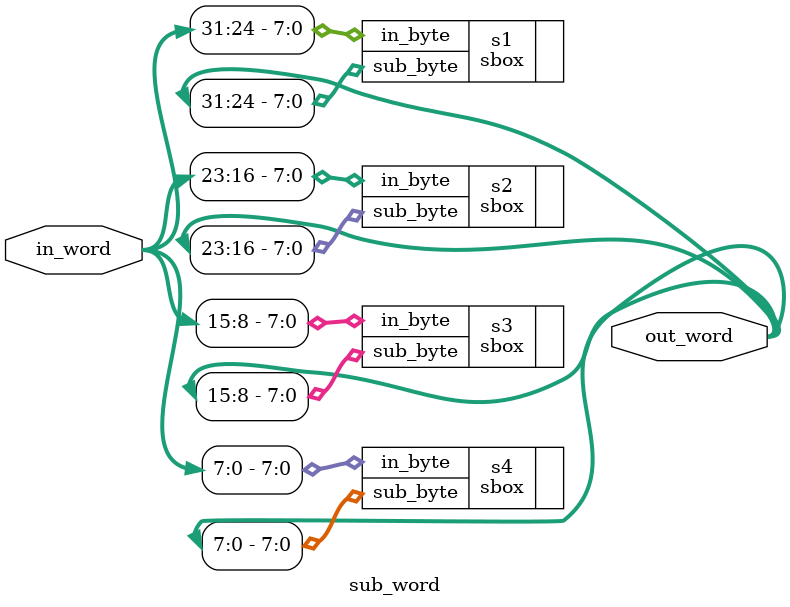
<source format=sv>
`timescale 1ns / 1ps


module sub_word(
    input [31:0] in_word, /* Input Word */
    output [31:0] out_word /* Output Sub Word */
    );

    sbox s1(.in_byte(in_word[31-: 8]), .sub_byte(out_word[31 -: 8]));
    sbox s2(.in_byte(in_word[23-: 8]), .sub_byte(out_word[23 -: 8]));
    sbox s3(.in_byte(in_word[15-: 8]), .sub_byte(out_word[15 -: 8]));
    sbox s4(.in_byte(in_word[7 : 0]), .sub_byte(out_word[7 : 0]));
endmodule

</source>
